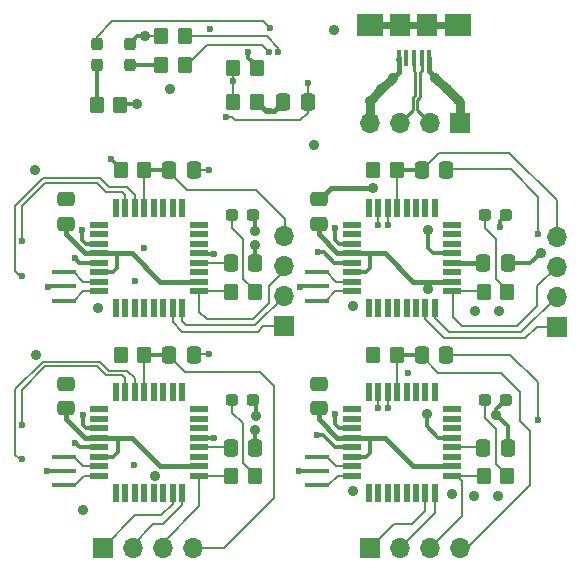
<source format=gbr>
%TF.GenerationSoftware,KiCad,Pcbnew,(6.0.4)*%
%TF.CreationDate,2022-04-04T02:45:16+02:00*%
%TF.ProjectId,DUINO,4455494e-4f2e-46b6-9963-61645f706362,rev?*%
%TF.SameCoordinates,Original*%
%TF.FileFunction,Copper,L1,Top*%
%TF.FilePolarity,Positive*%
%FSLAX46Y46*%
G04 Gerber Fmt 4.6, Leading zero omitted, Abs format (unit mm)*
G04 Created by KiCad (PCBNEW (6.0.4)) date 2022-04-04 02:45:16*
%MOMM*%
%LPD*%
G01*
G04 APERTURE LIST*
G04 Aperture macros list*
%AMRoundRect*
0 Rectangle with rounded corners*
0 $1 Rounding radius*
0 $2 $3 $4 $5 $6 $7 $8 $9 X,Y pos of 4 corners*
0 Add a 4 corners polygon primitive as box body*
4,1,4,$2,$3,$4,$5,$6,$7,$8,$9,$2,$3,0*
0 Add four circle primitives for the rounded corners*
1,1,$1+$1,$2,$3*
1,1,$1+$1,$4,$5*
1,1,$1+$1,$6,$7*
1,1,$1+$1,$8,$9*
0 Add four rect primitives between the rounded corners*
20,1,$1+$1,$2,$3,$4,$5,0*
20,1,$1+$1,$4,$5,$6,$7,0*
20,1,$1+$1,$6,$7,$8,$9,0*
20,1,$1+$1,$8,$9,$2,$3,0*%
G04 Aperture macros list end*
%TA.AperFunction,SMDPad,CuDef*%
%ADD10RoundRect,0.250000X0.337500X0.475000X-0.337500X0.475000X-0.337500X-0.475000X0.337500X-0.475000X0*%
%TD*%
%TA.AperFunction,SMDPad,CuDef*%
%ADD11RoundRect,0.250000X0.475000X-0.337500X0.475000X0.337500X-0.475000X0.337500X-0.475000X-0.337500X0*%
%TD*%
%TA.AperFunction,SMDPad,CuDef*%
%ADD12RoundRect,0.250000X-0.337500X-0.475000X0.337500X-0.475000X0.337500X0.475000X-0.337500X0.475000X0*%
%TD*%
%TA.AperFunction,SMDPad,CuDef*%
%ADD13RoundRect,0.237500X0.287500X0.237500X-0.287500X0.237500X-0.287500X-0.237500X0.287500X-0.237500X0*%
%TD*%
%TA.AperFunction,SMDPad,CuDef*%
%ADD14RoundRect,0.237500X0.237500X-0.287500X0.237500X0.287500X-0.237500X0.287500X-0.237500X-0.287500X0*%
%TD*%
%TA.AperFunction,SMDPad,CuDef*%
%ADD15R,1.500000X0.600000*%
%TD*%
%TA.AperFunction,SMDPad,CuDef*%
%ADD16R,0.600000X1.500000*%
%TD*%
%TA.AperFunction,SMDPad,CuDef*%
%ADD17R,0.400000X1.400000*%
%TD*%
%TA.AperFunction,SMDPad,CuDef*%
%ADD18R,2.300000X1.900000*%
%TD*%
%TA.AperFunction,SMDPad,CuDef*%
%ADD19R,1.800000X1.900000*%
%TD*%
%TA.AperFunction,SMDPad,CuDef*%
%ADD20RoundRect,0.250000X-0.350000X-0.450000X0.350000X-0.450000X0.350000X0.450000X-0.350000X0.450000X0*%
%TD*%
%TA.AperFunction,SMDPad,CuDef*%
%ADD21RoundRect,0.250000X0.350000X0.450000X-0.350000X0.450000X-0.350000X-0.450000X0.350000X-0.450000X0*%
%TD*%
%TA.AperFunction,SMDPad,CuDef*%
%ADD22R,2.000000X0.400000*%
%TD*%
%TA.AperFunction,ComponentPad*%
%ADD23R,1.700000X1.700000*%
%TD*%
%TA.AperFunction,ComponentPad*%
%ADD24O,1.700000X1.700000*%
%TD*%
%TA.AperFunction,ViaPad*%
%ADD25C,0.900000*%
%TD*%
%TA.AperFunction,ViaPad*%
%ADD26C,0.600000*%
%TD*%
%TA.AperFunction,Conductor*%
%ADD27C,0.200000*%
%TD*%
%TA.AperFunction,Conductor*%
%ADD28C,0.800000*%
%TD*%
%TA.AperFunction,Conductor*%
%ADD29C,0.300000*%
%TD*%
%TA.AperFunction,Conductor*%
%ADD30C,0.400000*%
%TD*%
%TA.AperFunction,Conductor*%
%ADD31C,0.600000*%
%TD*%
%TA.AperFunction,Conductor*%
%ADD32C,0.228600*%
%TD*%
G04 APERTURE END LIST*
D10*
%TO.P,C6,1*%
%TO.N,/DTR_2*%
X167720000Y-119408000D03*
%TO.P,C6,2*%
%TO.N,/SS2*%
X165645000Y-119408000D03*
%TD*%
%TO.P,C7,1*%
%TO.N,/DTR_3*%
X189119500Y-119408000D03*
%TO.P,C7,2*%
%TO.N,/SS3*%
X187044500Y-119408000D03*
%TD*%
%TO.P,C8,1*%
%TO.N,/DTR_1*%
X167725000Y-103787000D03*
%TO.P,C8,2*%
%TO.N,/SS1*%
X165650000Y-103787000D03*
%TD*%
%TO.P,C9,1*%
%TO.N,/DTR_4*%
X189119500Y-103787000D03*
%TO.P,C9,2*%
%TO.N,/SS4*%
X187044500Y-103787000D03*
%TD*%
D11*
%TO.P,C10,1*%
%TO.N,+5V*%
X156903500Y-123938000D03*
%TO.P,C10,2*%
%TO.N,GND*%
X156903500Y-121863000D03*
%TD*%
%TO.P,C11,1*%
%TO.N,+5V*%
X178303000Y-123938000D03*
%TO.P,C11,2*%
%TO.N,GND*%
X178303000Y-121863000D03*
%TD*%
%TO.P,C12,1*%
%TO.N,+5V*%
X156903500Y-108317000D03*
%TO.P,C12,2*%
%TO.N,GND*%
X156903500Y-106242000D03*
%TD*%
%TO.P,C13,1*%
%TO.N,+5V*%
X178303000Y-108317000D03*
%TO.P,C13,2*%
%TO.N,GND*%
X178303000Y-106242000D03*
%TD*%
D12*
%TO.P,C14,1*%
%TO.N,Net-(C14-Pad1)*%
X170852000Y-127282000D03*
%TO.P,C14,2*%
%TO.N,GND*%
X172927000Y-127282000D03*
%TD*%
%TO.P,C15,1*%
%TO.N,Net-(C15-Pad1)*%
X192251500Y-127282000D03*
%TO.P,C15,2*%
%TO.N,GND*%
X194326500Y-127282000D03*
%TD*%
%TO.P,C16,1*%
%TO.N,Net-(C16-Pad1)*%
X170852000Y-111661000D03*
%TO.P,C16,2*%
%TO.N,GND*%
X172927000Y-111661000D03*
%TD*%
%TO.P,C17,1*%
%TO.N,Net-(C17-Pad1)*%
X192251500Y-111661000D03*
%TO.P,C17,2*%
%TO.N,GND*%
X194326500Y-111661000D03*
%TD*%
D10*
%TO.P,C19,1*%
%TO.N,Net-(C19-Pad1)*%
X177377000Y-98044000D03*
%TO.P,C19,2*%
%TO.N,GND*%
X175302000Y-98044000D03*
%TD*%
D13*
%TO.P,D9,1,K*%
%TO.N,GND*%
X172764500Y-123218000D03*
%TO.P,D9,2,A*%
%TO.N,Net-(D9-Pad2)*%
X171014500Y-123218000D03*
%TD*%
%TO.P,D10,1,K*%
%TO.N,GND*%
X194164000Y-123218000D03*
%TO.P,D10,2,A*%
%TO.N,Net-(D10-Pad2)*%
X192414000Y-123218000D03*
%TD*%
%TO.P,D11,1,K*%
%TO.N,GND*%
X172764500Y-107597000D03*
%TO.P,D11,2,A*%
%TO.N,Net-(D11-Pad2)*%
X171014500Y-107597000D03*
%TD*%
%TO.P,D12,1,K*%
%TO.N,GND*%
X194164000Y-107597000D03*
%TO.P,D12,2,A*%
%TO.N,Net-(D12-Pad2)*%
X192414000Y-107597000D03*
%TD*%
D14*
%TO.P,D13,1,K*%
%TO.N,Net-(D13-Pad1)*%
X162306000Y-94855000D03*
%TO.P,D13,2,A*%
%TO.N,+3V3*%
X162306000Y-93105000D03*
%TD*%
%TO.P,D17,1,K*%
%TO.N,Net-(D17-Pad1)*%
X159512000Y-94855000D03*
%TO.P,D17,2,A*%
%TO.N,Net-(D17-Pad2)*%
X159512000Y-93105000D03*
%TD*%
D15*
%TO.P,IC1,1,PD3_[PCINT19]*%
%TO.N,unconnected-(IC1-Pad1)*%
X159702000Y-124037500D03*
%TO.P,IC1,2,PD4_[PCINT20]*%
%TO.N,unconnected-(IC1-Pad2)*%
X159702000Y-124837500D03*
%TO.P,IC1,3,GND_1*%
%TO.N,GND*%
X159702000Y-125637500D03*
%TO.P,IC1,4,VCC_1*%
%TO.N,+5V*%
X159702000Y-126437500D03*
%TO.P,IC1,5,GND_2*%
%TO.N,GND*%
X159702000Y-127237500D03*
%TO.P,IC1,6,VCC_2*%
%TO.N,+5V*%
X159702000Y-128037500D03*
%TO.P,IC1,7,PB6_[PCINT6]*%
%TO.N,Net-(IC1-Pad7)*%
X159702000Y-128837500D03*
%TO.P,IC1,8,PB7_[PCINT7]*%
%TO.N,Net-(IC1-Pad8)*%
X159702000Y-129637500D03*
D16*
%TO.P,IC1,9,PD5_[PCINT21]*%
%TO.N,unconnected-(IC1-Pad9)*%
X161152000Y-131087500D03*
%TO.P,IC1,10,PD6_[PCINT22]*%
%TO.N,unconnected-(IC1-Pad10)*%
X161952000Y-131087500D03*
%TO.P,IC1,11,PD7_[PCINT23]*%
%TO.N,unconnected-(IC1-Pad11)*%
X162752000Y-131087500D03*
%TO.P,IC1,12,PB0_[PCINT0]*%
%TO.N,unconnected-(IC1-Pad12)*%
X163552000Y-131087500D03*
%TO.P,IC1,13,PB1_[PCINT1]*%
%TO.N,unconnected-(IC1-Pad13)*%
X164352000Y-131087500D03*
%TO.P,IC1,14,PB2_[PCINT2]*%
%TO.N,unconnected-(IC1-Pad14)*%
X165152000Y-131087500D03*
%TO.P,IC1,15,PB3_[PCINT3]*%
%TO.N,/MOSI2*%
X165952000Y-131087500D03*
%TO.P,IC1,16,PB4_[PCINT4]*%
%TO.N,/MISO2*%
X166752000Y-131087500D03*
D15*
%TO.P,IC1,17,PB5_[PCINT5]*%
%TO.N,/SCK2*%
X168202000Y-129637500D03*
%TO.P,IC1,18,AVCC*%
%TO.N,+5V*%
X168202000Y-128837500D03*
%TO.P,IC1,19,ADC6*%
%TO.N,unconnected-(IC1-Pad19)*%
X168202000Y-128037500D03*
%TO.P,IC1,20,AREF*%
%TO.N,Net-(C14-Pad1)*%
X168202000Y-127237500D03*
%TO.P,IC1,21,GND_3*%
%TO.N,GND*%
X168202000Y-126437500D03*
%TO.P,IC1,22,ADC7*%
%TO.N,unconnected-(IC1-Pad22)*%
X168202000Y-125637500D03*
%TO.P,IC1,23,PC0_[PCINT8]*%
%TO.N,unconnected-(IC1-Pad23)*%
X168202000Y-124837500D03*
%TO.P,IC1,24,PC1_[PCINT9]*%
%TO.N,unconnected-(IC1-Pad24)*%
X168202000Y-124037500D03*
D16*
%TO.P,IC1,25,PC2_[PCINT10]*%
%TO.N,unconnected-(IC1-Pad25)*%
X166752000Y-122587500D03*
%TO.P,IC1,26,PC3_[PCINT11]*%
%TO.N,unconnected-(IC1-Pad26)*%
X165952000Y-122587500D03*
%TO.P,IC1,27,PC4_[PCINT12]*%
%TO.N,unconnected-(IC1-Pad27)*%
X165152000Y-122587500D03*
%TO.P,IC1,28,PC5_[PCINT13]*%
%TO.N,unconnected-(IC1-Pad28)*%
X164352000Y-122587500D03*
%TO.P,IC1,29,PC6_[RESET/PCINT14]*%
%TO.N,/SS2*%
X163552000Y-122587500D03*
%TO.P,IC1,30,PD0_[PCINT16]*%
%TO.N,/RXD_2*%
X162752000Y-122587500D03*
%TO.P,IC1,31,PD1_[PCINT17]*%
%TO.N,/TXD_2*%
X161952000Y-122587500D03*
%TO.P,IC1,32,PD2_[PCINT18]*%
%TO.N,unconnected-(IC1-Pad32)*%
X161152000Y-122587500D03*
%TD*%
%TO.P,IC2,32,PD2_[PCINT18]*%
%TO.N,unconnected-(IC2-Pad32)*%
X182551500Y-122587500D03*
%TO.P,IC2,31,PD1_[PCINT17]*%
%TO.N,/TXD_3*%
X183351500Y-122587500D03*
%TO.P,IC2,30,PD0_[PCINT16]*%
%TO.N,/RXD_3*%
X184151500Y-122587500D03*
%TO.P,IC2,29,PC6_[RESET/PCINT14]*%
%TO.N,/SS3*%
X184951500Y-122587500D03*
%TO.P,IC2,28,PC5_[PCINT13]*%
%TO.N,unconnected-(IC2-Pad28)*%
X185751500Y-122587500D03*
%TO.P,IC2,27,PC4_[PCINT12]*%
%TO.N,unconnected-(IC2-Pad27)*%
X186551500Y-122587500D03*
%TO.P,IC2,26,PC3_[PCINT11]*%
%TO.N,unconnected-(IC2-Pad26)*%
X187351500Y-122587500D03*
%TO.P,IC2,25,PC2_[PCINT10]*%
%TO.N,unconnected-(IC2-Pad25)*%
X188151500Y-122587500D03*
D15*
%TO.P,IC2,24,PC1_[PCINT9]*%
%TO.N,unconnected-(IC2-Pad24)*%
X189601500Y-124037500D03*
%TO.P,IC2,23,PC0_[PCINT8]*%
%TO.N,unconnected-(IC2-Pad23)*%
X189601500Y-124837500D03*
%TO.P,IC2,22,ADC7*%
%TO.N,unconnected-(IC2-Pad22)*%
X189601500Y-125637500D03*
%TO.P,IC2,21,GND_3*%
%TO.N,GND*%
X189601500Y-126437500D03*
%TO.P,IC2,20,AREF*%
%TO.N,Net-(C15-Pad1)*%
X189601500Y-127237500D03*
%TO.P,IC2,19,ADC6*%
%TO.N,unconnected-(IC2-Pad19)*%
X189601500Y-128037500D03*
%TO.P,IC2,18,AVCC*%
%TO.N,+5V*%
X189601500Y-128837500D03*
%TO.P,IC2,17,PB5_[PCINT5]*%
%TO.N,/SCK3*%
X189601500Y-129637500D03*
D16*
%TO.P,IC2,16,PB4_[PCINT4]*%
%TO.N,/MISO3*%
X188151500Y-131087500D03*
%TO.P,IC2,15,PB3_[PCINT3]*%
%TO.N,/MOSI3*%
X187351500Y-131087500D03*
%TO.P,IC2,14,PB2_[PCINT2]*%
%TO.N,unconnected-(IC2-Pad14)*%
X186551500Y-131087500D03*
%TO.P,IC2,13,PB1_[PCINT1]*%
%TO.N,unconnected-(IC2-Pad13)*%
X185751500Y-131087500D03*
%TO.P,IC2,12,PB0_[PCINT0]*%
%TO.N,unconnected-(IC2-Pad12)*%
X184951500Y-131087500D03*
%TO.P,IC2,11,PD7_[PCINT23]*%
%TO.N,unconnected-(IC2-Pad11)*%
X184151500Y-131087500D03*
%TO.P,IC2,10,PD6_[PCINT22]*%
%TO.N,unconnected-(IC2-Pad10)*%
X183351500Y-131087500D03*
%TO.P,IC2,9,PD5_[PCINT21]*%
%TO.N,unconnected-(IC2-Pad9)*%
X182551500Y-131087500D03*
D15*
%TO.P,IC2,8,PB7_[PCINT7]*%
%TO.N,Net-(IC2-Pad8)*%
X181101500Y-129637500D03*
%TO.P,IC2,7,PB6_[PCINT6]*%
%TO.N,Net-(IC2-Pad7)*%
X181101500Y-128837500D03*
%TO.P,IC2,6,VCC_2*%
%TO.N,+5V*%
X181101500Y-128037500D03*
%TO.P,IC2,5,GND_2*%
%TO.N,GND*%
X181101500Y-127237500D03*
%TO.P,IC2,4,VCC_1*%
%TO.N,+5V*%
X181101500Y-126437500D03*
%TO.P,IC2,3,GND_1*%
%TO.N,GND*%
X181101500Y-125637500D03*
%TO.P,IC2,2,PD4_[PCINT20]*%
%TO.N,unconnected-(IC2-Pad2)*%
X181101500Y-124837500D03*
%TO.P,IC2,1,PD3_[PCINT19]*%
%TO.N,unconnected-(IC2-Pad1)*%
X181101500Y-124037500D03*
%TD*%
%TO.P,IC4,1,PD3_[PCINT19]*%
%TO.N,unconnected-(IC4-Pad1)*%
X181101500Y-108416500D03*
%TO.P,IC4,2,PD4_[PCINT20]*%
%TO.N,unconnected-(IC4-Pad2)*%
X181101500Y-109216500D03*
%TO.P,IC4,3,GND_1*%
%TO.N,GND*%
X181101500Y-110016500D03*
%TO.P,IC4,4,VCC_1*%
%TO.N,+5V*%
X181101500Y-110816500D03*
%TO.P,IC4,5,GND_2*%
%TO.N,GND*%
X181101500Y-111616500D03*
%TO.P,IC4,6,VCC_2*%
%TO.N,+5V*%
X181101500Y-112416500D03*
%TO.P,IC4,7,PB6_[PCINT6]*%
%TO.N,Net-(IC4-Pad7)*%
X181101500Y-113216500D03*
%TO.P,IC4,8,PB7_[PCINT7]*%
%TO.N,Net-(IC4-Pad8)*%
X181101500Y-114016500D03*
D16*
%TO.P,IC4,9,PD5_[PCINT21]*%
%TO.N,unconnected-(IC4-Pad9)*%
X182551500Y-115466500D03*
%TO.P,IC4,10,PD6_[PCINT22]*%
%TO.N,unconnected-(IC4-Pad10)*%
X183351500Y-115466500D03*
%TO.P,IC4,11,PD7_[PCINT23]*%
%TO.N,unconnected-(IC4-Pad11)*%
X184151500Y-115466500D03*
%TO.P,IC4,12,PB0_[PCINT0]*%
%TO.N,unconnected-(IC4-Pad12)*%
X184951500Y-115466500D03*
%TO.P,IC4,13,PB1_[PCINT1]*%
%TO.N,unconnected-(IC4-Pad13)*%
X185751500Y-115466500D03*
%TO.P,IC4,14,PB2_[PCINT2]*%
%TO.N,unconnected-(IC4-Pad14)*%
X186551500Y-115466500D03*
%TO.P,IC4,15,PB3_[PCINT3]*%
%TO.N,/MOSI4*%
X187351500Y-115466500D03*
%TO.P,IC4,16,PB4_[PCINT4]*%
%TO.N,/MISO4*%
X188151500Y-115466500D03*
D15*
%TO.P,IC4,17,PB5_[PCINT5]*%
%TO.N,/SCK4*%
X189601500Y-114016500D03*
%TO.P,IC4,18,AVCC*%
%TO.N,+5V*%
X189601500Y-113216500D03*
%TO.P,IC4,19,ADC6*%
%TO.N,unconnected-(IC4-Pad19)*%
X189601500Y-112416500D03*
%TO.P,IC4,20,AREF*%
%TO.N,Net-(C17-Pad1)*%
X189601500Y-111616500D03*
%TO.P,IC4,21,GND_3*%
%TO.N,GND*%
X189601500Y-110816500D03*
%TO.P,IC4,22,ADC7*%
%TO.N,unconnected-(IC4-Pad22)*%
X189601500Y-110016500D03*
%TO.P,IC4,23,PC0_[PCINT8]*%
%TO.N,unconnected-(IC4-Pad23)*%
X189601500Y-109216500D03*
%TO.P,IC4,24,PC1_[PCINT9]*%
%TO.N,unconnected-(IC4-Pad24)*%
X189601500Y-108416500D03*
D16*
%TO.P,IC4,25,PC2_[PCINT10]*%
%TO.N,unconnected-(IC4-Pad25)*%
X188151500Y-106966500D03*
%TO.P,IC4,26,PC3_[PCINT11]*%
%TO.N,unconnected-(IC4-Pad26)*%
X187351500Y-106966500D03*
%TO.P,IC4,27,PC4_[PCINT12]*%
%TO.N,unconnected-(IC4-Pad27)*%
X186551500Y-106966500D03*
%TO.P,IC4,28,PC5_[PCINT13]*%
%TO.N,unconnected-(IC4-Pad28)*%
X185751500Y-106966500D03*
%TO.P,IC4,29,PC6_[RESET/PCINT14]*%
%TO.N,/SS4*%
X184951500Y-106966500D03*
%TO.P,IC4,30,PD0_[PCINT16]*%
%TO.N,/RXD_4*%
X184151500Y-106966500D03*
%TO.P,IC4,31,PD1_[PCINT17]*%
%TO.N,/TXD_4*%
X183351500Y-106966500D03*
%TO.P,IC4,32,PD2_[PCINT18]*%
%TO.N,unconnected-(IC4-Pad32)*%
X182551500Y-106966500D03*
%TD*%
D17*
%TO.P,J1,1,VBUS*%
%TO.N,+5V*%
X187672500Y-94323500D03*
%TO.P,J1,2,D-*%
%TO.N,/D-*%
X187022500Y-94323500D03*
%TO.P,J1,3,D+*%
%TO.N,/D+*%
X186372500Y-94323500D03*
%TO.P,J1,4,ID*%
%TO.N,unconnected-(J1-Pad4)*%
X185722500Y-94323500D03*
%TO.P,J1,5,GND*%
%TO.N,GND*%
X185072500Y-94323500D03*
D18*
%TO.P,J1,6,Shield*%
%TO.N,unconnected-(J1-Pad6)*%
X190122500Y-91473500D03*
D19*
X185222500Y-91473500D03*
D18*
X182622500Y-91473500D03*
D19*
X187522500Y-91473500D03*
%TD*%
D20*
%TO.P,R17,1*%
%TO.N,+5V*%
X161555000Y-119408000D03*
%TO.P,R17,2*%
%TO.N,/SS2*%
X163555000Y-119408000D03*
%TD*%
%TO.P,R18,1*%
%TO.N,+5V*%
X182954500Y-119408000D03*
%TO.P,R18,2*%
%TO.N,/SS3*%
X184954500Y-119408000D03*
%TD*%
%TO.P,R19,1*%
%TO.N,+5V*%
X161555000Y-103787000D03*
%TO.P,R19,2*%
%TO.N,/SS1*%
X163555000Y-103787000D03*
%TD*%
%TO.P,R20,1*%
%TO.N,+5V*%
X182954500Y-103787000D03*
%TO.P,R20,2*%
%TO.N,/SS4*%
X184954500Y-103787000D03*
%TD*%
D21*
%TO.P,R21,1*%
%TO.N,Net-(D9-Pad2)*%
X172889500Y-129695000D03*
%TO.P,R21,2*%
%TO.N,/SCK2*%
X170889500Y-129695000D03*
%TD*%
%TO.P,R22,1*%
%TO.N,Net-(D10-Pad2)*%
X194289000Y-129695000D03*
%TO.P,R22,2*%
%TO.N,/SCK3*%
X192289000Y-129695000D03*
%TD*%
%TO.P,R23,1*%
%TO.N,Net-(D11-Pad2)*%
X172889500Y-114074000D03*
%TO.P,R23,2*%
%TO.N,/SCK1*%
X170889500Y-114074000D03*
%TD*%
%TO.P,R24,1*%
%TO.N,Net-(D12-Pad2)*%
X194289000Y-114074000D03*
%TO.P,R24,2*%
%TO.N,/SCK4*%
X192289000Y-114074000D03*
%TD*%
%TO.P,R25,1*%
%TO.N,+5V*%
X173085000Y-95123000D03*
%TO.P,R25,2*%
%TO.N,Net-(R25-Pad2)*%
X171085000Y-95123000D03*
%TD*%
D20*
%TO.P,R26,1*%
%TO.N,Net-(R25-Pad2)*%
X171085000Y-98044000D03*
%TO.P,R26,2*%
%TO.N,GND*%
X173085000Y-98044000D03*
%TD*%
%TO.P,R27,1*%
%TO.N,Net-(D13-Pad1)*%
X164989000Y-94869000D03*
%TO.P,R27,2*%
%TO.N,Net-(R27-Pad2)*%
X166989000Y-94869000D03*
%TD*%
%TO.P,R28,1*%
%TO.N,+3V3*%
X164989000Y-92456000D03*
%TO.P,R28,2*%
%TO.N,Net-(R28-Pad2)*%
X166989000Y-92456000D03*
%TD*%
%TO.P,R30,1*%
%TO.N,Net-(D17-Pad1)*%
X159528000Y-98234500D03*
%TO.P,R30,2*%
%TO.N,GND*%
X161528000Y-98234500D03*
%TD*%
D22*
%TO.P,Y1,1,1*%
%TO.N,Net-(IC1-Pad7)*%
X156776500Y-128050500D03*
%TO.P,Y1,2,2*%
%TO.N,GND*%
X156776500Y-129250500D03*
%TO.P,Y1,3,3*%
%TO.N,Net-(IC1-Pad8)*%
X156776500Y-130450500D03*
%TD*%
%TO.P,Y2,1,1*%
%TO.N,Net-(IC2-Pad7)*%
X178176000Y-128050500D03*
%TO.P,Y2,2,2*%
%TO.N,GND*%
X178176000Y-129250500D03*
%TO.P,Y2,3,3*%
%TO.N,Net-(IC2-Pad8)*%
X178176000Y-130450500D03*
%TD*%
%TO.P,Y3,1,1*%
%TO.N,Net-(IC3-Pad7)*%
X156776500Y-112429500D03*
%TO.P,Y3,2,2*%
%TO.N,GND*%
X156776500Y-113629500D03*
%TO.P,Y3,3,3*%
%TO.N,Net-(IC3-Pad8)*%
X156776500Y-114829500D03*
%TD*%
%TO.P,Y4,1,1*%
%TO.N,Net-(IC4-Pad7)*%
X178176000Y-112429500D03*
%TO.P,Y4,2,2*%
%TO.N,GND*%
X178176000Y-113629500D03*
%TO.P,Y4,3,3*%
%TO.N,Net-(IC4-Pad8)*%
X178176000Y-114829500D03*
%TD*%
D15*
%TO.P,IC3,1,PD3_[PCINT19]*%
%TO.N,unconnected-(IC3-Pad1)*%
X159702000Y-108416500D03*
%TO.P,IC3,2,PD4_[PCINT20]*%
%TO.N,unconnected-(IC3-Pad2)*%
X159702000Y-109216500D03*
%TO.P,IC3,3,GND_1*%
%TO.N,GND*%
X159702000Y-110016500D03*
%TO.P,IC3,4,VCC_1*%
%TO.N,+5V*%
X159702000Y-110816500D03*
%TO.P,IC3,5,GND_2*%
%TO.N,GND*%
X159702000Y-111616500D03*
%TO.P,IC3,6,VCC_2*%
%TO.N,+5V*%
X159702000Y-112416500D03*
%TO.P,IC3,7,PB6_[PCINT6]*%
%TO.N,Net-(IC3-Pad7)*%
X159702000Y-113216500D03*
%TO.P,IC3,8,PB7_[PCINT7]*%
%TO.N,Net-(IC3-Pad8)*%
X159702000Y-114016500D03*
D16*
%TO.P,IC3,9,PD5_[PCINT21]*%
%TO.N,unconnected-(IC3-Pad9)*%
X161152000Y-115466500D03*
%TO.P,IC3,10,PD6_[PCINT22]*%
%TO.N,unconnected-(IC3-Pad10)*%
X161952000Y-115466500D03*
%TO.P,IC3,11,PD7_[PCINT23]*%
%TO.N,unconnected-(IC3-Pad11)*%
X162752000Y-115466500D03*
%TO.P,IC3,12,PB0_[PCINT0]*%
%TO.N,unconnected-(IC3-Pad12)*%
X163552000Y-115466500D03*
%TO.P,IC3,13,PB1_[PCINT1]*%
%TO.N,unconnected-(IC3-Pad13)*%
X164352000Y-115466500D03*
%TO.P,IC3,14,PB2_[PCINT2]*%
%TO.N,unconnected-(IC3-Pad14)*%
X165152000Y-115466500D03*
%TO.P,IC3,15,PB3_[PCINT3]*%
%TO.N,/MOSI1*%
X165952000Y-115466500D03*
%TO.P,IC3,16,PB4_[PCINT4]*%
%TO.N,/MISO1*%
X166752000Y-115466500D03*
D15*
%TO.P,IC3,17,PB5_[PCINT5]*%
%TO.N,/SCK1*%
X168202000Y-114016500D03*
%TO.P,IC3,18,AVCC*%
%TO.N,+5V*%
X168202000Y-113216500D03*
%TO.P,IC3,19,ADC6*%
%TO.N,unconnected-(IC3-Pad19)*%
X168202000Y-112416500D03*
%TO.P,IC3,20,AREF*%
%TO.N,Net-(C16-Pad1)*%
X168202000Y-111616500D03*
%TO.P,IC3,21,GND_3*%
%TO.N,GND*%
X168202000Y-110816500D03*
%TO.P,IC3,22,ADC7*%
%TO.N,unconnected-(IC3-Pad22)*%
X168202000Y-110016500D03*
%TO.P,IC3,23,PC0_[PCINT8]*%
%TO.N,unconnected-(IC3-Pad23)*%
X168202000Y-109216500D03*
%TO.P,IC3,24,PC1_[PCINT9]*%
%TO.N,unconnected-(IC3-Pad24)*%
X168202000Y-108416500D03*
D16*
%TO.P,IC3,25,PC2_[PCINT10]*%
%TO.N,unconnected-(IC3-Pad25)*%
X166752000Y-106966500D03*
%TO.P,IC3,26,PC3_[PCINT11]*%
%TO.N,unconnected-(IC3-Pad26)*%
X165952000Y-106966500D03*
%TO.P,IC3,27,PC4_[PCINT12]*%
%TO.N,unconnected-(IC3-Pad27)*%
X165152000Y-106966500D03*
%TO.P,IC3,28,PC5_[PCINT13]*%
%TO.N,unconnected-(IC3-Pad28)*%
X164352000Y-106966500D03*
%TO.P,IC3,29,PC6_[RESET/PCINT14]*%
%TO.N,/SS1*%
X163552000Y-106966500D03*
%TO.P,IC3,30,PD0_[PCINT16]*%
%TO.N,/RXD_1*%
X162752000Y-106966500D03*
%TO.P,IC3,31,PD1_[PCINT17]*%
%TO.N,/TXD_1*%
X161952000Y-106966500D03*
%TO.P,IC3,32,PD2_[PCINT18]*%
%TO.N,unconnected-(IC3-Pad32)*%
X161152000Y-106966500D03*
%TD*%
D23*
%TO.P,J2,1,Pin_1*%
%TO.N,/MOSI4*%
X198450200Y-117043200D03*
D24*
%TO.P,J2,2,Pin_2*%
%TO.N,/MISO4*%
X198450200Y-114503200D03*
%TO.P,J2,3,Pin_3*%
%TO.N,/SCK4*%
X198450200Y-111963200D03*
%TO.P,J2,4,Pin_4*%
%TO.N,/SS4*%
X198450200Y-109423200D03*
%TD*%
D23*
%TO.P,J3,1,Pin_1*%
%TO.N,/MOSI3*%
X182664100Y-135801100D03*
D24*
%TO.P,J3,2,Pin_2*%
%TO.N,/MISO3*%
X185204100Y-135801100D03*
%TO.P,J3,3,Pin_3*%
%TO.N,/SCK3*%
X187744100Y-135801100D03*
%TO.P,J3,4,Pin_4*%
%TO.N,/SS3*%
X190284100Y-135801100D03*
%TD*%
D23*
%TO.P,J5,1,Pin_1*%
%TO.N,/MOSI2*%
X160020000Y-135775700D03*
D24*
%TO.P,J5,2,Pin_2*%
%TO.N,/MISO2*%
X162560000Y-135775700D03*
%TO.P,J5,3,Pin_3*%
%TO.N,/SCK2*%
X165100000Y-135775700D03*
%TO.P,J5,4,Pin_4*%
%TO.N,/SS2*%
X167640000Y-135775700D03*
%TD*%
D23*
%TO.P,J6,1,Pin_1*%
%TO.N,/MOSI1*%
X175417480Y-117012720D03*
D24*
%TO.P,J6,2,Pin_2*%
%TO.N,/MISO1*%
X175417480Y-114472720D03*
%TO.P,J6,3,Pin_3*%
%TO.N,/SCK1*%
X175417480Y-111932720D03*
%TO.P,J6,4,Pin_4*%
%TO.N,/SS1*%
X175417480Y-109392720D03*
%TD*%
D23*
%TO.P,J4,1,Pin_1*%
%TO.N,+5V*%
X190296800Y-99771200D03*
D24*
%TO.P,J4,2,Pin_2*%
%TO.N,/D-*%
X187756800Y-99771200D03*
%TO.P,J4,3,Pin_3*%
%TO.N,/D+*%
X185216800Y-99771200D03*
%TO.P,J4,4,Pin_4*%
%TO.N,GND*%
X182676800Y-99771200D03*
%TD*%
D25*
%TO.N,GND*%
X165760400Y-96926400D03*
D26*
X156763720Y-121813320D03*
D25*
X193357500Y-124510800D03*
D26*
X176733200Y-113639600D03*
D25*
X172923200Y-125780800D03*
D26*
X174193200Y-98806000D03*
X158292800Y-108813600D03*
D25*
X172923200Y-110134400D03*
X197104000Y-110782100D03*
D26*
X155346400Y-129235200D03*
X157683200Y-111252000D03*
X157012640Y-106126280D03*
X178155600Y-126238000D03*
D25*
X187553600Y-108864400D03*
X183616600Y-96951800D03*
D26*
X179730400Y-108661200D03*
X169113200Y-91846400D03*
X193700400Y-108610400D03*
X179730400Y-124460000D03*
D25*
X187452000Y-124460000D03*
D26*
X176631600Y-129235200D03*
X185851800Y-120929400D03*
D25*
X179578000Y-91948000D03*
X178303000Y-121863028D03*
X172923200Y-108915200D03*
X182900320Y-105333800D03*
D26*
X162661600Y-128778000D03*
X158343600Y-124510800D03*
X157683200Y-126847600D03*
X155397200Y-113639600D03*
D25*
X184607200Y-95961200D03*
X172974000Y-124561600D03*
X191427102Y-131394200D03*
X177952400Y-101650800D03*
X182676800Y-97891600D03*
D26*
X178257200Y-110744000D03*
D25*
X162966400Y-98196400D03*
D26*
X169468800Y-126441200D03*
D25*
X191528700Y-115709700D03*
D26*
X162763200Y-113131600D03*
X169468800Y-110845600D03*
D25*
%TO.N,+5V*%
X178303000Y-123957000D03*
X156903500Y-108317000D03*
X188193680Y-95945960D03*
D26*
X160731200Y-102870000D03*
D25*
X154391360Y-119390160D03*
X189141100Y-96944180D03*
X182930800Y-119430800D03*
D26*
X163499800Y-110363000D03*
D25*
X187528200Y-113880900D03*
X178303000Y-108317000D03*
X156903500Y-123938000D03*
X189585600Y-131216400D03*
X154330400Y-103784400D03*
X159664400Y-115417600D03*
X190136780Y-97881440D03*
D26*
X161645600Y-119024400D03*
D25*
X182930800Y-103835200D03*
X193569500Y-115697000D03*
X181254400Y-130962400D03*
X193533350Y-131354150D03*
X181254400Y-115316000D03*
X164465000Y-129654300D03*
X158394400Y-132537200D03*
D26*
X172339000Y-93802200D03*
%TO.N,Net-(R25-Pad2)*%
X171069000Y-96266000D03*
%TO.N,Net-(R27-Pad2)*%
X174117000Y-93789500D03*
%TO.N,Net-(R28-Pad2)*%
X174879000Y-93789500D03*
D25*
%TO.N,+3V3*%
X163576000Y-92456000D03*
D26*
%TO.N,Net-(D17-Pad2)*%
X174180500Y-91757500D03*
%TO.N,Net-(C19-Pad1)*%
X170484800Y-99314000D03*
X177419000Y-96393000D03*
%TO.N,/DTR_2*%
X169011600Y-119380000D03*
%TO.N,/DTR_3*%
X196850000Y-124917200D03*
%TO.N,/DTR_1*%
X169011600Y-103784400D03*
%TO.N,/DTR_4*%
X196900800Y-109220000D03*
%TO.N,/RXD_4*%
X184150000Y-108458000D03*
%TO.N,/TXD_4*%
X183337200Y-108458000D03*
%TO.N,/RXD_2*%
X153212800Y-128270000D03*
%TO.N,/TXD_2*%
X153212800Y-125323600D03*
%TO.N,/RXD_3*%
X184200800Y-123952000D03*
%TO.N,/TXD_3*%
X183337200Y-123952000D03*
%TO.N,/RXD_1*%
X153212800Y-112725200D03*
%TO.N,/TXD_1*%
X153212800Y-109778800D03*
%TD*%
D27*
%TO.N,/SCK3*%
X187744100Y-135788400D02*
X187744100Y-135801100D01*
X190474600Y-133057900D02*
X187744100Y-135788400D01*
X190474600Y-130074600D02*
X190474600Y-133057900D01*
X189601500Y-129637500D02*
X190037500Y-129637500D01*
X190037500Y-129637500D02*
X190474600Y-130074600D01*
%TO.N,/SCK1*%
X170832000Y-114016500D02*
X170889500Y-114074000D01*
X168202000Y-114016500D02*
X170832000Y-114016500D01*
%TO.N,/SCK4*%
X192231500Y-114016500D02*
X192289000Y-114074000D01*
X189601500Y-114016500D02*
X192231500Y-114016500D01*
%TO.N,/SCK3*%
X192231500Y-129637500D02*
X192289000Y-129695000D01*
X189601500Y-129637500D02*
X192231500Y-129637500D01*
%TO.N,/SCK2*%
X168202000Y-129637500D02*
X170832000Y-129637500D01*
X170832000Y-129637500D02*
X170889500Y-129695000D01*
X170889500Y-129695000D02*
X170889500Y-129948100D01*
%TO.N,/SCK3*%
X191820800Y-130163200D02*
X192289000Y-129695000D01*
D28*
%TO.N,GND*%
X182676800Y-97891600D02*
X182676800Y-99771200D01*
X183616600Y-96951800D02*
X182676800Y-97891600D01*
X184607200Y-95961200D02*
X183616600Y-96951800D01*
D29*
X172927000Y-127282000D02*
X172927000Y-125784600D01*
X158292800Y-108813600D02*
X158292800Y-109657300D01*
X180051500Y-110016500D02*
X179730400Y-109695400D01*
D30*
X173847000Y-98806000D02*
X173085000Y-98044000D01*
D29*
X172923200Y-108915200D02*
X172923200Y-107755700D01*
X194326500Y-127282000D02*
X194326500Y-125479800D01*
X158047700Y-111616500D02*
X157683200Y-111252000D01*
X181101500Y-125637500D02*
X180051500Y-125637500D01*
D30*
X185072500Y-95495900D02*
X184607200Y-95961200D01*
D29*
X176743300Y-113629500D02*
X176733200Y-113639600D01*
X158292800Y-109657300D02*
X158652000Y-110016500D01*
X158073100Y-127237500D02*
X157683200Y-126847600D01*
X194326500Y-111661000D02*
X196225100Y-111661000D01*
X172927000Y-110138200D02*
X172923200Y-110134400D01*
X194349300Y-127304800D02*
X194326500Y-127282000D01*
D30*
X174540000Y-98806000D02*
X175302000Y-98044000D01*
D29*
X193700400Y-108610400D02*
X193700400Y-108060600D01*
X181101500Y-111616500D02*
X179637700Y-111616500D01*
X194164000Y-123218000D02*
X193357500Y-124024500D01*
D30*
X174193200Y-98806000D02*
X174540000Y-98806000D01*
D29*
X172927000Y-125784600D02*
X172923200Y-125780800D01*
X172974000Y-124561600D02*
X172974000Y-123427500D01*
X193357500Y-124024500D02*
X193357500Y-124510800D01*
X158343600Y-125329100D02*
X158652000Y-125637500D01*
D30*
X182676800Y-97891600D02*
X182676800Y-97891600D01*
X179359560Y-105333800D02*
X182900320Y-105333800D01*
D29*
X169468800Y-110845600D02*
X168231100Y-110845600D01*
X176646900Y-129250500D02*
X176631600Y-129235200D01*
X179637700Y-111616500D02*
X178765200Y-110744000D01*
X172923200Y-107755700D02*
X172764500Y-107597000D01*
D30*
X178451360Y-106242000D02*
X179359560Y-105333800D01*
D29*
X180051500Y-125637500D02*
X179730400Y-125316400D01*
X181101500Y-127237500D02*
X179713900Y-127237500D01*
X179713900Y-127237500D02*
X178714400Y-126238000D01*
X178765200Y-110744000D02*
X178257200Y-110744000D01*
D30*
X185072500Y-94323500D02*
X185072500Y-95495900D01*
D29*
X161566100Y-98196400D02*
X161528000Y-98234500D01*
X172974000Y-123427500D02*
X172764500Y-123218000D01*
X155361700Y-129250500D02*
X155346400Y-129235200D01*
X158652000Y-125637500D02*
X159702000Y-125637500D01*
X168202000Y-126437500D02*
X169465100Y-126437500D01*
X178714400Y-126238000D02*
X178155600Y-126238000D01*
X155407300Y-113629500D02*
X155397200Y-113639600D01*
X162966400Y-98196400D02*
X161566100Y-98196400D01*
D30*
X174193200Y-98806000D02*
X173847000Y-98806000D01*
D29*
X178176000Y-129250500D02*
X176646900Y-129250500D01*
X168231100Y-110845600D02*
X168202000Y-110816500D01*
X178303000Y-121863000D02*
X178303000Y-121863028D01*
X172927000Y-111661000D02*
X172927000Y-110138200D01*
X187553600Y-110337600D02*
X187553600Y-108864400D01*
X178176000Y-113629500D02*
X176743300Y-113629500D01*
X187452000Y-125476000D02*
X188413500Y-126437500D01*
X169465100Y-126437500D02*
X169468800Y-126441200D01*
X158343600Y-124510800D02*
X158343600Y-125329100D01*
X156776500Y-113629500D02*
X155407300Y-113629500D01*
X194326500Y-125479800D02*
X193357500Y-124510800D01*
X181101500Y-110016500D02*
X180051500Y-110016500D01*
X188413500Y-126437500D02*
X189601500Y-126437500D01*
X196225100Y-111661000D02*
X197104000Y-110782100D01*
X179730400Y-109695400D02*
X179730400Y-108661200D01*
X188032500Y-110816500D02*
X187553600Y-110337600D01*
X159702000Y-127237500D02*
X158073100Y-127237500D01*
X158652000Y-110016500D02*
X159702000Y-110016500D01*
X189601500Y-110816500D02*
X188032500Y-110816500D01*
X156776500Y-129250500D02*
X155361700Y-129250500D01*
D30*
X185060400Y-94335600D02*
X185072500Y-94323500D01*
D29*
X159702000Y-111616500D02*
X158047700Y-111616500D01*
X193700400Y-108060600D02*
X194164000Y-107597000D01*
D30*
X178303000Y-106242000D02*
X178451360Y-106242000D01*
D29*
X179730400Y-125316400D02*
X179730400Y-124460000D01*
X187452000Y-124460000D02*
X187452000Y-125476000D01*
D27*
%TO.N,Net-(D9-Pad2)*%
X172889500Y-129607000D02*
X172889500Y-129695000D01*
X171894500Y-125222000D02*
X171894500Y-128612000D01*
X171894500Y-128612000D02*
X172889500Y-129607000D01*
X171014500Y-124342000D02*
X171894500Y-125222000D01*
X171014500Y-123218000D02*
X171014500Y-124342000D01*
%TO.N,Net-(D10-Pad2)*%
X193294000Y-128643750D02*
X194289000Y-129638750D01*
X192414000Y-123218000D02*
X192414000Y-124799200D01*
X194289000Y-129638750D02*
X194289000Y-129695000D01*
X193294000Y-125679200D02*
X193294000Y-128643750D01*
X192414000Y-124799200D02*
X193294000Y-125679200D01*
D29*
%TO.N,+5V*%
X182299700Y-112441900D02*
X182680500Y-112061100D01*
X182680500Y-112061100D02*
X182680500Y-110841900D01*
X181088800Y-112441900D02*
X182299700Y-112441900D01*
D30*
X159702000Y-110816500D02*
X162505500Y-110816500D01*
X162505500Y-110816500D02*
X164905500Y-113216500D01*
X164905500Y-113216500D02*
X168202000Y-113216500D01*
X178303000Y-108317000D02*
X178303000Y-108317000D01*
X178303000Y-109215000D02*
X179904500Y-110816500D01*
X179904500Y-110816500D02*
X181101500Y-110816500D01*
X156903500Y-123938000D02*
X156903500Y-124836000D01*
X178303000Y-123957000D02*
X178303000Y-124836000D01*
X156903500Y-108317000D02*
X156903500Y-109215000D01*
X178303000Y-108317000D02*
X178303000Y-109215000D01*
X162505500Y-126437500D02*
X164905500Y-128837500D01*
X159702000Y-126437500D02*
X161293700Y-126437500D01*
D29*
X182299700Y-128088300D02*
X182680500Y-127707500D01*
D30*
X186305000Y-113216500D02*
X189601500Y-113216500D01*
X178303000Y-124836000D02*
X179904500Y-126437500D01*
X183905000Y-126437500D02*
X186305000Y-128837500D01*
D29*
X159651200Y-112441900D02*
X160862100Y-112441900D01*
D30*
X158505000Y-110816500D02*
X159702000Y-110816500D01*
D29*
X160862100Y-112441900D02*
X161242900Y-112061100D01*
X159702000Y-128037500D02*
X160912900Y-128037500D01*
D30*
X156903500Y-123938000D02*
X156903500Y-123938000D01*
X183905000Y-110816500D02*
X186305000Y-113216500D01*
D29*
X161555000Y-103693800D02*
X160731200Y-102870000D01*
X172339000Y-94259400D02*
X173085000Y-95005400D01*
D30*
X161293700Y-126437500D02*
X162505500Y-126437500D01*
D29*
X172339000Y-93802200D02*
X172339000Y-94259400D01*
D30*
X186305000Y-128837500D02*
X189601500Y-128837500D01*
D28*
X189141100Y-96944180D02*
X189141100Y-96893380D01*
D30*
X187672500Y-94323500D02*
X187672500Y-95424780D01*
X164905500Y-128837500D02*
X168202000Y-128837500D01*
D28*
X190136780Y-97881440D02*
X190078360Y-97881440D01*
D29*
X182680500Y-127707500D02*
X182680500Y-126488300D01*
D30*
X181101500Y-110816500D02*
X183905000Y-110816500D01*
D29*
X161555000Y-103787000D02*
X161555000Y-103693800D01*
D28*
X190296800Y-98041460D02*
X190136780Y-97881440D01*
X189141100Y-96893380D02*
X188193680Y-95945960D01*
D30*
X156903500Y-124836000D02*
X158505000Y-126437500D01*
X158505000Y-126437500D02*
X159702000Y-126437500D01*
D29*
X161293700Y-127656700D02*
X161293700Y-126437500D01*
D30*
X181101500Y-126437500D02*
X183905000Y-126437500D01*
D28*
X190078360Y-97881440D02*
X189141100Y-96944180D01*
D29*
X173085000Y-95005400D02*
X173085000Y-95123000D01*
X181088800Y-128088300D02*
X182299700Y-128088300D01*
D28*
X190296800Y-99771200D02*
X190296800Y-98041460D01*
D30*
X179904500Y-126437500D02*
X181101500Y-126437500D01*
X187672500Y-95424780D02*
X188193680Y-95945960D01*
D29*
X160912900Y-128037500D02*
X161293700Y-127656700D01*
D30*
X156903500Y-109215000D02*
X158505000Y-110816500D01*
D29*
X161242900Y-112061100D02*
X161242900Y-110841900D01*
D30*
X178303000Y-123938000D02*
X178303000Y-123957000D01*
X156903500Y-108317000D02*
X156903500Y-108317000D01*
D27*
%TO.N,Net-(D11-Pad2)*%
X171894500Y-109601000D02*
X171894500Y-112966500D01*
X172889500Y-113961500D02*
X172889500Y-114074000D01*
X171014500Y-107597000D02*
X171014500Y-108721000D01*
X171014500Y-108721000D02*
X171894500Y-109601000D01*
X171894500Y-112966500D02*
X172889500Y-113961500D01*
%TO.N,Net-(D12-Pad2)*%
X193294000Y-109601000D02*
X193294000Y-112966500D01*
X194289000Y-113961500D02*
X194289000Y-114074000D01*
X193294000Y-112966500D02*
X194289000Y-113961500D01*
X192414000Y-107597000D02*
X192414000Y-108721000D01*
X192414000Y-108721000D02*
X193294000Y-109601000D01*
%TO.N,Net-(IC4-Pad8)*%
X179734500Y-114016500D02*
X178921500Y-114829500D01*
X181101500Y-114016500D02*
X179734500Y-114016500D01*
X178921500Y-114829500D02*
X178176000Y-114829500D01*
%TO.N,Net-(IC4-Pad7)*%
X181101500Y-113216500D02*
X179764500Y-113216500D01*
X179764500Y-113216500D02*
X178977500Y-112429500D01*
X178977500Y-112429500D02*
X178176000Y-112429500D01*
%TO.N,Net-(IC1-Pad8)*%
X157649000Y-130450500D02*
X156776500Y-130450500D01*
X158462000Y-129637500D02*
X157649000Y-130450500D01*
X159702000Y-129637500D02*
X158462000Y-129637500D01*
%TO.N,Net-(IC1-Pad7)*%
X156776500Y-128050500D02*
X157578000Y-128050500D01*
X158365000Y-128837500D02*
X159702000Y-128837500D01*
X157578000Y-128050500D02*
X158365000Y-128837500D01*
%TO.N,Net-(IC2-Pad8)*%
X179112000Y-130450500D02*
X178176000Y-130450500D01*
X181101500Y-129637500D02*
X179925000Y-129637500D01*
X179925000Y-129637500D02*
X179112000Y-130450500D01*
%TO.N,Net-(IC2-Pad7)*%
X178977500Y-128050500D02*
X178176000Y-128050500D01*
X181101500Y-128837500D02*
X179764500Y-128837500D01*
X179764500Y-128837500D02*
X178977500Y-128050500D01*
%TO.N,Net-(IC3-Pad8)*%
X158398500Y-114016500D02*
X157585500Y-114829500D01*
X157585500Y-114829500D02*
X156776500Y-114829500D01*
X159702000Y-114016500D02*
X158398500Y-114016500D01*
%TO.N,Net-(IC3-Pad7)*%
X158365000Y-113216500D02*
X157578000Y-112429500D01*
X159702000Y-113216500D02*
X158365000Y-113216500D01*
X157578000Y-112429500D02*
X156776500Y-112429500D01*
%TO.N,Net-(C14-Pad1)*%
X168202000Y-127237500D02*
X170807500Y-127237500D01*
X170807500Y-127237500D02*
X170852000Y-127282000D01*
%TO.N,Net-(C15-Pad1)*%
X192207000Y-127237500D02*
X192251500Y-127282000D01*
X189601500Y-127237500D02*
X192207000Y-127237500D01*
%TO.N,Net-(C16-Pad1)*%
X168202000Y-111616500D02*
X170807500Y-111616500D01*
X170807500Y-111616500D02*
X170852000Y-111661000D01*
D30*
%TO.N,Net-(C17-Pad1)*%
X189601500Y-111616500D02*
X192207000Y-111616500D01*
X192207000Y-111616500D02*
X192251500Y-111661000D01*
D29*
%TO.N,Net-(D13-Pad1)*%
X164975000Y-94855000D02*
X164989000Y-94869000D01*
X162306000Y-94855000D02*
X164975000Y-94855000D01*
%TO.N,Net-(D17-Pad1)*%
X159512000Y-98218500D02*
X159528000Y-98234500D01*
X159512000Y-94855000D02*
X159512000Y-98218500D01*
D27*
%TO.N,Net-(R25-Pad2)*%
X171085000Y-98044000D02*
X171085000Y-96282000D01*
X171085000Y-96282000D02*
X171069000Y-96266000D01*
X171069000Y-95139000D02*
X171085000Y-95123000D01*
X171069000Y-96266000D02*
X171069000Y-95139000D01*
%TO.N,Net-(R27-Pad2)*%
X166989000Y-94869000D02*
X167195500Y-94869000D01*
X173545500Y-93218000D02*
X174117000Y-93789500D01*
X167195500Y-94869000D02*
X168846500Y-93218000D01*
X168846500Y-93218000D02*
X173545500Y-93218000D01*
%TO.N,Net-(R28-Pad2)*%
X173926500Y-92456000D02*
X174879000Y-93408500D01*
X174879000Y-93408500D02*
X174879000Y-93789500D01*
X166989000Y-92456000D02*
X173926500Y-92456000D01*
%TO.N,+3V3*%
X164989000Y-92456000D02*
X164989000Y-92456000D01*
D29*
X162306000Y-93065600D02*
X162915600Y-92456000D01*
X162915600Y-92456000D02*
X163576000Y-92456000D01*
X162306000Y-93105000D02*
X162306000Y-93065600D01*
D27*
X164989000Y-92456000D02*
X163576000Y-92456000D01*
%TO.N,Net-(D17-Pad2)*%
X159512000Y-93105000D02*
X159512000Y-92519500D01*
X159512000Y-92519500D02*
X160845500Y-91186000D01*
X173609000Y-91186000D02*
X174180500Y-91757500D01*
X160845500Y-91186000D02*
X173609000Y-91186000D01*
%TO.N,Net-(C19-Pad1)*%
X177419000Y-98002000D02*
X177377000Y-98044000D01*
X171196000Y-99568000D02*
X170942000Y-99314000D01*
X177419000Y-96393000D02*
X177419000Y-98002000D01*
X177377000Y-98924200D02*
X176733200Y-99568000D01*
X176733200Y-99568000D02*
X171196000Y-99568000D01*
X170942000Y-99314000D02*
X170484800Y-99314000D01*
X177377000Y-98044000D02*
X177377000Y-98924200D01*
D31*
%TO.N,unconnected-(J1-Pad6)*%
X185222500Y-91473500D02*
X187522500Y-91473500D01*
X182622500Y-91473500D02*
X185222500Y-91473500D01*
X187522500Y-91473500D02*
X190122500Y-91473500D01*
D29*
%TO.N,/SS2*%
X163555000Y-119408000D02*
X165645000Y-119408000D01*
D27*
X167640000Y-135775700D02*
X170319700Y-135775700D01*
X167017700Y-120878600D02*
X165645000Y-119505900D01*
X173355000Y-120878600D02*
X167017700Y-120878600D01*
X174561500Y-122085100D02*
X173355000Y-120878600D01*
X170319700Y-135775700D02*
X174561500Y-131533900D01*
X165645000Y-119505900D02*
X165645000Y-119408000D01*
X174561500Y-131533900D02*
X174561500Y-122085100D01*
X163552000Y-122587500D02*
X163552000Y-119411000D01*
X163552000Y-119411000D02*
X163555000Y-119408000D01*
%TO.N,/DTR_2*%
X167727600Y-119380000D02*
X167725000Y-119382600D01*
X169011600Y-119380000D02*
X167727600Y-119380000D01*
%TO.N,/SS3*%
X190893700Y-135801100D02*
X196215000Y-130479800D01*
D29*
X184954500Y-119408000D02*
X187044500Y-119408000D01*
D27*
X188417200Y-120916700D02*
X187044500Y-119544000D01*
X184951500Y-119411000D02*
X184954500Y-119408000D01*
X195364100Y-122529600D02*
X193751200Y-120916700D01*
X187044500Y-119544000D02*
X187044500Y-119408000D01*
X190284100Y-135801100D02*
X190893700Y-135801100D01*
X196215000Y-130479800D02*
X196215000Y-125857000D01*
X193751200Y-120916700D02*
X188417200Y-120916700D01*
X196215000Y-125857000D02*
X195364100Y-125006100D01*
X195364100Y-125006100D02*
X195364100Y-122529600D01*
X184951500Y-122587500D02*
X184951500Y-119411000D01*
%TO.N,/DTR_3*%
X189119500Y-119408000D02*
X194541200Y-119408000D01*
X196850000Y-121716800D02*
X196850000Y-124917200D01*
X194541200Y-119408000D02*
X196850000Y-121716800D01*
%TO.N,/SS1*%
X175425100Y-109143800D02*
X175425100Y-107891580D01*
X165650000Y-103917840D02*
X165650000Y-103787000D01*
D29*
X163555000Y-103787000D02*
X165650000Y-103787000D01*
D27*
X172968920Y-105435400D02*
X167167560Y-105435400D01*
X167167560Y-105435400D02*
X165650000Y-103917840D01*
X163552000Y-106966500D02*
X163552000Y-103790000D01*
X163552000Y-103790000D02*
X163555000Y-103787000D01*
X175425100Y-107891580D02*
X172968920Y-105435400D01*
%TO.N,/DTR_1*%
X167727600Y-103784400D02*
X167725000Y-103787000D01*
X169011600Y-103784400D02*
X167727600Y-103784400D01*
%TO.N,/SS4*%
X198450200Y-106324400D02*
X194462400Y-102336600D01*
X194462400Y-102336600D02*
X188494900Y-102336600D01*
X188494900Y-102336600D02*
X187044500Y-103787000D01*
X184951500Y-103790000D02*
X184954500Y-103787000D01*
D29*
X184954500Y-103787000D02*
X187044500Y-103787000D01*
D27*
X198450200Y-109423200D02*
X198450200Y-106324400D01*
X184951500Y-106966500D02*
X184951500Y-103790000D01*
%TO.N,/DTR_4*%
X196900800Y-106019600D02*
X196900800Y-109220000D01*
X189170300Y-103710800D02*
X194592000Y-103710800D01*
X194592000Y-103710800D02*
X196900800Y-106019600D01*
%TO.N,/RXD_4*%
X184150000Y-108458000D02*
X184150000Y-106968000D01*
X184150000Y-106968000D02*
X184151500Y-106966500D01*
%TO.N,/TXD_4*%
X183337200Y-106980800D02*
X183351500Y-106966500D01*
X183337200Y-108458000D02*
X183337200Y-106980800D01*
%TO.N,/RXD_2*%
X160528000Y-120751600D02*
X159766000Y-119989600D01*
X162752000Y-122587500D02*
X162752000Y-121400800D01*
X154940000Y-119989600D02*
X152603200Y-122326400D01*
X159766000Y-119989600D02*
X154940000Y-119989600D01*
X162752000Y-121400800D02*
X162102800Y-120751600D01*
X152603200Y-127863600D02*
X153009600Y-128270000D01*
X152603200Y-122326400D02*
X152603200Y-127863600D01*
X153009600Y-128270000D02*
X153212800Y-128270000D01*
X162102800Y-120751600D02*
X160528000Y-120751600D01*
%TO.N,/TXD_2*%
X160324800Y-121158000D02*
X159562800Y-120396000D01*
X159562800Y-120396000D02*
X155143200Y-120396000D01*
X161952000Y-122587500D02*
X161952000Y-121413600D01*
X153162000Y-125272800D02*
X153212800Y-125323600D01*
X155143200Y-120396000D02*
X153162000Y-122377200D01*
X153162000Y-122377200D02*
X153162000Y-125272800D01*
X161952000Y-121413600D02*
X161696400Y-121158000D01*
X161696400Y-121158000D02*
X160324800Y-121158000D01*
%TO.N,/RXD_3*%
X184151500Y-122587500D02*
X184151500Y-123902700D01*
X184151500Y-123902700D02*
X184200800Y-123952000D01*
%TO.N,/TXD_3*%
X183351500Y-123937700D02*
X183337200Y-123952000D01*
X183351500Y-122587500D02*
X183351500Y-123937700D01*
%TO.N,/RXD_1*%
X153009600Y-112725200D02*
X153212800Y-112725200D01*
X162752000Y-105856000D02*
X162102800Y-105206800D01*
X154940000Y-104444800D02*
X152603200Y-106781600D01*
X160528000Y-105206800D02*
X159766000Y-104444800D01*
X162102800Y-105206800D02*
X160528000Y-105206800D01*
X152603200Y-106781600D02*
X152603200Y-112318800D01*
X152603200Y-112318800D02*
X153009600Y-112725200D01*
X162752000Y-107042700D02*
X162752000Y-105856000D01*
X159766000Y-104444800D02*
X154940000Y-104444800D01*
%TO.N,/TXD_1*%
X155143200Y-104851200D02*
X153162000Y-106832400D01*
X161696400Y-105613200D02*
X160324800Y-105613200D01*
X153162000Y-109728000D02*
X153212800Y-109778800D01*
X159562800Y-104851200D02*
X155143200Y-104851200D01*
X160324800Y-105613200D02*
X159562800Y-104851200D01*
X161952000Y-105868800D02*
X161696400Y-105613200D01*
X153162000Y-106832400D02*
X153162000Y-109728000D01*
X161952000Y-107042700D02*
X161952000Y-105868800D01*
D32*
%TO.N,/D-*%
X186888000Y-95508001D02*
X187022500Y-95373501D01*
X187756800Y-99771200D02*
X186677300Y-98691700D01*
X187022500Y-95373501D02*
X187022500Y-94323500D01*
X186677300Y-98691700D02*
X186677300Y-97818108D01*
X186677300Y-97818108D02*
X186888000Y-97607408D01*
X186888000Y-97607408D02*
X186888000Y-95508001D01*
%TO.N,/D+*%
X185216800Y-99771200D02*
X186296300Y-98691700D01*
X186372500Y-95373501D02*
X186372500Y-94323500D01*
X186507000Y-97449592D02*
X186507000Y-95508001D01*
X186507000Y-95508001D02*
X186372500Y-95373501D01*
X186296300Y-98691700D02*
X186296300Y-97660292D01*
X186296300Y-97660292D02*
X186507000Y-97449592D01*
D27*
%TO.N,/MOSI2*%
X165952000Y-131087500D02*
X165952000Y-132036244D01*
X160024300Y-135775700D02*
X160020000Y-135775700D01*
X165952000Y-132036244D02*
X164968444Y-133019800D01*
X162780200Y-133019800D02*
X160024300Y-135775700D01*
X164968444Y-133019800D02*
X162780200Y-133019800D01*
%TO.N,/MISO2*%
X164300000Y-133750000D02*
X162560000Y-135490000D01*
X166752000Y-132098000D02*
X165100000Y-133750000D01*
X162560000Y-135490000D02*
X162560000Y-135775700D01*
X165100000Y-133750000D02*
X164300000Y-133750000D01*
X166752000Y-131087500D02*
X166752000Y-132098000D01*
%TO.N,/SCK2*%
X168202000Y-132248000D02*
X168202000Y-129637500D01*
X165100000Y-135775700D02*
X165100000Y-135350000D01*
X165100000Y-135350000D02*
X168202000Y-132248000D01*
%TO.N,/MOSI3*%
X184721500Y-133743700D02*
X182664100Y-135801100D01*
X186207400Y-133743700D02*
X184721500Y-133743700D01*
X187351500Y-132599600D02*
X186207400Y-133743700D01*
X187351500Y-131087500D02*
X187351500Y-132599600D01*
%TO.N,/MISO3*%
X188151500Y-131087500D02*
X188151500Y-132790200D01*
X185204100Y-135737600D02*
X185204100Y-135801100D01*
X188151500Y-132790200D02*
X185204100Y-135737600D01*
%TO.N,/MOSI1*%
X173172120Y-117459760D02*
X166766240Y-117459760D01*
X173619160Y-117012720D02*
X173172120Y-117459760D01*
X165952000Y-116645520D02*
X165952000Y-115466500D01*
X175176180Y-117012720D02*
X173619160Y-117012720D01*
X166766240Y-117459760D02*
X165952000Y-116645520D01*
%TO.N,/MISO1*%
X175425100Y-114439700D02*
X172933360Y-116931440D01*
X172933360Y-116931440D02*
X167116760Y-116931440D01*
X175425100Y-114223800D02*
X175425100Y-114439700D01*
X167116760Y-116931440D02*
X166752000Y-116566680D01*
X166752000Y-116566680D02*
X166752000Y-115466500D01*
%TO.N,/SCK1*%
X175425100Y-112245140D02*
X174096680Y-113573560D01*
X172730160Y-116387880D02*
X168818560Y-116387880D01*
X168202000Y-115771320D02*
X168202000Y-114016500D01*
X174096680Y-113573560D02*
X174096680Y-115021360D01*
X168818560Y-116387880D02*
X168202000Y-115771320D01*
X174096680Y-115021360D02*
X172730160Y-116387880D01*
X175425100Y-111683800D02*
X175425100Y-112245140D01*
%TO.N,/MOSI4*%
X195821300Y-117995700D02*
X188930700Y-117995700D01*
X198450200Y-117043200D02*
X196773800Y-117043200D01*
X188930700Y-117995700D02*
X187351500Y-116416500D01*
X196773800Y-117043200D02*
X195821300Y-117995700D01*
X187351500Y-116416500D02*
X187351500Y-115466500D01*
%TO.N,/MISO4*%
X198450200Y-114503200D02*
X195465700Y-117487700D01*
X195465700Y-117487700D02*
X189369700Y-117487700D01*
X189369700Y-117487700D02*
X188151500Y-116269500D01*
X188151500Y-116269500D02*
X188151500Y-115466500D01*
%TO.N,/SCK4*%
X189674500Y-116205000D02*
X189674500Y-114089500D01*
X198450200Y-111963200D02*
X196824600Y-113588800D01*
X196824600Y-115265200D02*
X195110100Y-116979700D01*
X195110100Y-116979700D02*
X190449200Y-116979700D01*
X190449200Y-116979700D02*
X189674500Y-116205000D01*
X189674500Y-114089500D02*
X189601500Y-114016500D01*
X196824600Y-113588800D02*
X196824600Y-115265200D01*
%TD*%
M02*

</source>
